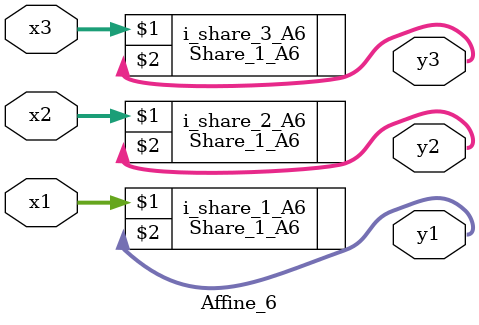
<source format=v>



module Affine_6(
	input wire [3:0] x1,	// one 4-bit input share per A-box
	input wire [3:0] x2,
	input wire [3:0] x3,
	output wire [3:0] y1,	// one 4-bit output share per A-box
	output wire [3:0] y2,
	output wire [3:0] y3
);

Share_1_A6 i_share_1_A6 (x1, y1);
Share_1_A6 i_share_2_A6 (x2, y2);
Share_1_A6 i_share_3_A6 (x3, y3);

endmodule 
</source>
